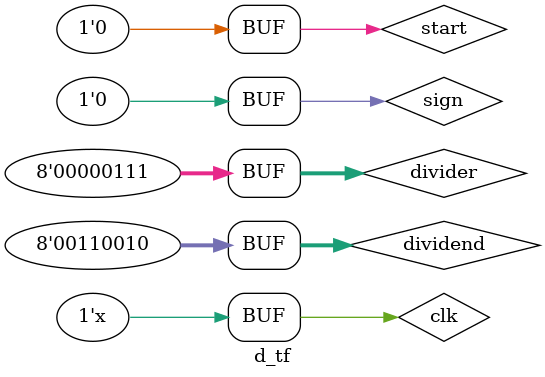
<source format=v>
`timescale 1ns / 1ps


module d_tf;

	// Inputs
	reg clk;
	reg sign;
	reg start;
	reg [7:0] dividend;
	reg [7:0] divider;

	// Outputs
	wire [7:0] quotient;
	wire [7:0] remainder;
	wire ready;

	// Instantiate the Unit Under Test (UUT)
	divider uut (
		.clk(clk), 
		.sign(sign), 
		.start(start), 
		.dividend(dividend), 
		.divider(divider), 
		.quotient(quotient), 
		.remainder(remainder), 
		.ready(ready)
	);

   always #5 clk=!clk;
	
	initial begin
		// Initialize Inputs
		clk = 0;
		sign = 0;
		start = 0;
		dividend = 0;
		divider = 0;

		// Wait 100 ns for global reset to finish
		#100;
        
		// Add stimulus here
		sign=0;
		dividend=50;
		divider=7;
		#10 start =1;
		#45 start=0;

	end
      
endmodule


</source>
